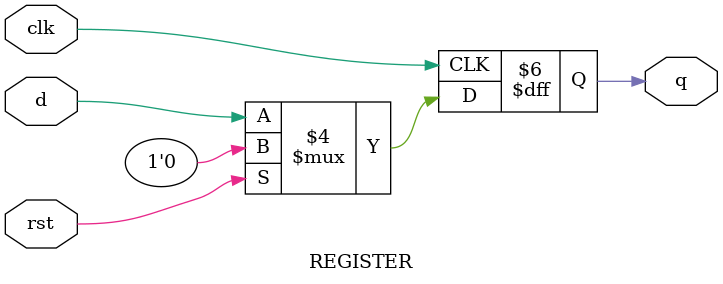
<source format=v>
module REGISTER(q, d, rst, clk);
   parameter N = 1;
   parameter INIT = {N{1'b0}};
   output reg [N-1:0] q;
   input [N-1:0]      d;
   input 	      rst, clk;
   initial q = INIT;
   always @(posedge clk)
     if (rst) q <= INIT;
     else q <= d;
endmodule 

</source>
